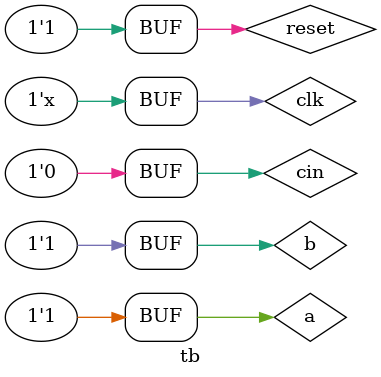
<source format=v>
module tb;

    // Inputs
    reg clk;
    reg reset;
    reg a;
    reg b;
    reg cin;

    // Outputs
    wire s;
    wire cout;

    // Instantiate the Unit Under Test (UUT)
    serial_adder uut (
        .clk(clk), 
        .reset(reset), 
        .a(a), 
        .b(b), 
        .cin(cin), 
        .s(s), 
        .cout(cout)
    );

//generate clock with 10 ns clock period.
    always
        #5 clk = ~clk;
        
    initial begin
        // Initialize Inputs
        clk = 1;
        reset = 0;
        a = 0;
        b = 0;
        cin = 0;
        reset = 1;  
        #20;
        reset = 0;
        //add two 4 bit numbers, 1111 + 1101 = 11101
        a = 1; b = 1; cin = 1;    #10;
        a = 1; b = 0; cin = 0;  #10;
        a = 1; b = 1; cin = 0;  #10;
        a = 1; b = 1; cin = 0;  #10;
        reset = 1;
        #10;
        reset = 0;
        //add two 5 bit numbers, 11011 + 10001 = 101101
        a = 1; b = 1; cin = 1;    #10;
        a = 1; b = 0; cin = 0;  #10;
        a = 0; b = 0; cin = 0;  #10;
        a = 1; b = 0; cin = 0;  #10;
        a = 1; b = 1; cin = 0;  #10;
        reset = 1;
        #10;

    end
      
endmodule
</source>
